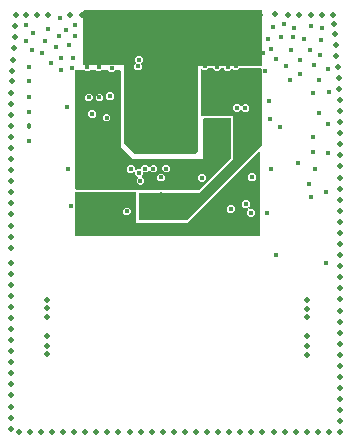
<source format=gbr>
G04 EAGLE Gerber RS-274X export*
G75*
%MOMM*%
%FSLAX34Y34*%
%LPD*%
%INCopper Layer 15*%
%IPPOS*%
%AMOC8*
5,1,8,0,0,1.08239X$1,22.5*%
G01*
%ADD10C,0.457200*%
%ADD11C,0.503200*%
%ADD12C,0.453200*%
%ADD13C,0.403200*%

G36*
X163518Y245145D02*
X163518Y245145D01*
X163609Y245152D01*
X163639Y245164D01*
X163671Y245170D01*
X163751Y245212D01*
X163835Y245248D01*
X163867Y245274D01*
X163888Y245285D01*
X163910Y245308D01*
X163966Y245353D01*
X166506Y247893D01*
X166559Y247967D01*
X166619Y248036D01*
X166631Y248066D01*
X166650Y248092D01*
X166677Y248179D01*
X166711Y248264D01*
X166715Y248305D01*
X166722Y248328D01*
X166721Y248360D01*
X166729Y248431D01*
X166729Y320286D01*
X220592Y320286D01*
X220612Y320289D01*
X220632Y320287D01*
X220733Y320309D01*
X220835Y320325D01*
X220853Y320335D01*
X220872Y320339D01*
X220961Y320392D01*
X221052Y320441D01*
X221066Y320455D01*
X221083Y320465D01*
X221151Y320544D01*
X221222Y320619D01*
X221230Y320637D01*
X221243Y320652D01*
X221282Y320748D01*
X221325Y320842D01*
X221328Y320862D01*
X221335Y320880D01*
X221354Y321047D01*
X221354Y366190D01*
X221352Y366201D01*
X221353Y366208D01*
X221351Y366215D01*
X221353Y366229D01*
X221331Y366331D01*
X221314Y366433D01*
X221305Y366450D01*
X221300Y366470D01*
X221247Y366559D01*
X221199Y366650D01*
X221184Y366664D01*
X221174Y366681D01*
X221095Y366748D01*
X221020Y366820D01*
X221002Y366828D01*
X220987Y366841D01*
X220891Y366880D01*
X220797Y366923D01*
X220778Y366925D01*
X220759Y366933D01*
X220592Y366951D01*
X70337Y366951D01*
X70317Y366948D01*
X70298Y366950D01*
X70196Y366928D01*
X70094Y366912D01*
X70077Y366902D01*
X70057Y366898D01*
X69968Y366845D01*
X69877Y366796D01*
X69863Y366782D01*
X69846Y366772D01*
X69779Y366693D01*
X69708Y366618D01*
X69699Y366600D01*
X69686Y366585D01*
X69647Y366489D01*
X69604Y366395D01*
X69602Y366375D01*
X69594Y366357D01*
X69576Y366190D01*
X69576Y321710D01*
X69579Y321690D01*
X69577Y321671D01*
X69599Y321569D01*
X69616Y321467D01*
X69625Y321450D01*
X69629Y321430D01*
X69682Y321341D01*
X69731Y321250D01*
X69745Y321236D01*
X69755Y321219D01*
X69834Y321152D01*
X69909Y321081D01*
X69927Y321072D01*
X69942Y321059D01*
X70038Y321020D01*
X70132Y320977D01*
X70152Y320975D01*
X70170Y320967D01*
X70337Y320949D01*
X104501Y320949D01*
X104501Y254527D01*
X104516Y254437D01*
X104523Y254346D01*
X104535Y254316D01*
X104541Y254284D01*
X104583Y254204D01*
X104619Y254120D01*
X104645Y254088D01*
X104656Y254067D01*
X104679Y254045D01*
X104724Y253989D01*
X113360Y245353D01*
X113434Y245300D01*
X113503Y245240D01*
X113533Y245228D01*
X113559Y245209D01*
X113646Y245182D01*
X113731Y245148D01*
X113772Y245144D01*
X113795Y245137D01*
X113827Y245138D01*
X113898Y245130D01*
X163428Y245130D01*
X163518Y245145D01*
G37*
G36*
X168088Y215300D02*
X168088Y215300D01*
X168179Y215307D01*
X168209Y215319D01*
X168240Y215325D01*
X168321Y215367D01*
X168405Y215403D01*
X168437Y215429D01*
X168458Y215440D01*
X168480Y215463D01*
X168536Y215508D01*
X194446Y241418D01*
X194492Y241482D01*
X194510Y241500D01*
X194513Y241508D01*
X194559Y241561D01*
X194571Y241592D01*
X194590Y241618D01*
X194617Y241705D01*
X194651Y241790D01*
X194655Y241831D01*
X194662Y241853D01*
X194661Y241885D01*
X194669Y241956D01*
X194669Y275355D01*
X194666Y275375D01*
X194668Y275394D01*
X194646Y275496D01*
X194630Y275598D01*
X194620Y275615D01*
X194616Y275635D01*
X194563Y275724D01*
X194514Y275815D01*
X194500Y275829D01*
X194490Y275846D01*
X194411Y275913D01*
X194336Y275985D01*
X194318Y275993D01*
X194303Y276006D01*
X194207Y276045D01*
X194113Y276088D01*
X194093Y276090D01*
X194075Y276098D01*
X193908Y276116D01*
X172318Y276116D01*
X172298Y276113D01*
X172279Y276115D01*
X172177Y276093D01*
X172075Y276077D01*
X172058Y276067D01*
X172038Y276063D01*
X171949Y276010D01*
X171858Y275961D01*
X171844Y275947D01*
X171827Y275937D01*
X171760Y275858D01*
X171689Y275783D01*
X171680Y275765D01*
X171667Y275750D01*
X171628Y275654D01*
X171585Y275560D01*
X171583Y275540D01*
X171575Y275522D01*
X171557Y275355D01*
X171557Y240937D01*
X111673Y240937D01*
X101324Y251286D01*
X101324Y315868D01*
X101321Y315888D01*
X101323Y315907D01*
X101301Y316009D01*
X101285Y316111D01*
X101275Y316128D01*
X101271Y316148D01*
X101218Y316237D01*
X101169Y316328D01*
X101155Y316342D01*
X101145Y316359D01*
X101066Y316426D01*
X100991Y316498D01*
X100973Y316506D01*
X100958Y316519D01*
X100862Y316558D01*
X100768Y316601D01*
X100748Y316603D01*
X100730Y316611D01*
X100563Y316629D01*
X97593Y316629D01*
X97503Y316615D01*
X97412Y316607D01*
X97382Y316595D01*
X97350Y316590D01*
X97269Y316547D01*
X97185Y316511D01*
X97153Y316485D01*
X97133Y316474D01*
X97110Y316451D01*
X97054Y316406D01*
X95361Y314713D01*
X92639Y314713D01*
X90946Y316406D01*
X90872Y316459D01*
X90802Y316519D01*
X90772Y316531D01*
X90746Y316550D01*
X90659Y316577D01*
X90574Y316611D01*
X90533Y316615D01*
X90511Y316622D01*
X90479Y316621D01*
X90407Y316629D01*
X85593Y316629D01*
X85503Y316615D01*
X85412Y316607D01*
X85382Y316595D01*
X85350Y316590D01*
X85269Y316547D01*
X85185Y316511D01*
X85153Y316485D01*
X85133Y316474D01*
X85110Y316451D01*
X85054Y316406D01*
X84361Y315713D01*
X81639Y315713D01*
X80946Y316406D01*
X80872Y316459D01*
X80802Y316519D01*
X80772Y316531D01*
X80746Y316550D01*
X80659Y316577D01*
X80574Y316611D01*
X80533Y316615D01*
X80511Y316622D01*
X80479Y316621D01*
X80407Y316629D01*
X75593Y316629D01*
X75503Y316615D01*
X75412Y316607D01*
X75382Y316595D01*
X75350Y316590D01*
X75269Y316547D01*
X75185Y316511D01*
X75153Y316485D01*
X75133Y316474D01*
X75110Y316451D01*
X75054Y316406D01*
X74361Y315713D01*
X71639Y315713D01*
X70946Y316406D01*
X70872Y316459D01*
X70802Y316519D01*
X70772Y316531D01*
X70746Y316550D01*
X70659Y316577D01*
X70574Y316611D01*
X70533Y316615D01*
X70511Y316622D01*
X70479Y316621D01*
X70407Y316629D01*
X63593Y316629D01*
X63502Y316614D01*
X63410Y316607D01*
X63381Y316595D01*
X63350Y316590D01*
X63309Y316568D01*
X63304Y316567D01*
X63278Y316552D01*
X63269Y316547D01*
X63184Y316510D01*
X63153Y316485D01*
X63133Y316474D01*
X63111Y316451D01*
X63093Y316441D01*
X63082Y316428D01*
X63054Y316405D01*
X63044Y316396D01*
X63002Y316337D01*
X62963Y316296D01*
X62956Y316281D01*
X62933Y316254D01*
X62920Y316223D01*
X62901Y316196D01*
X62875Y316110D01*
X62862Y316078D01*
X62860Y316073D01*
X62859Y316072D01*
X62841Y316026D01*
X62836Y315984D01*
X62829Y315961D01*
X62830Y315929D01*
X62822Y315859D01*
X62822Y216046D01*
X62825Y216026D01*
X62823Y216007D01*
X62845Y215905D01*
X62862Y215803D01*
X62871Y215786D01*
X62876Y215766D01*
X62929Y215677D01*
X62977Y215586D01*
X62992Y215572D01*
X63002Y215555D01*
X63080Y215488D01*
X63155Y215417D01*
X63173Y215408D01*
X63189Y215395D01*
X63285Y215356D01*
X63379Y215313D01*
X63398Y215311D01*
X63417Y215303D01*
X63584Y215285D01*
X167998Y215285D01*
X168088Y215300D01*
G37*
G36*
X218439Y175982D02*
X218439Y175982D01*
X218458Y175980D01*
X218560Y176002D01*
X218662Y176019D01*
X218679Y176028D01*
X218699Y176032D01*
X218788Y176085D01*
X218879Y176134D01*
X218893Y176148D01*
X218910Y176158D01*
X218977Y176237D01*
X219049Y176312D01*
X219057Y176330D01*
X219070Y176345D01*
X219109Y176441D01*
X219152Y176535D01*
X219154Y176555D01*
X219162Y176573D01*
X219180Y176740D01*
X219180Y246288D01*
X219169Y246359D01*
X219167Y246430D01*
X219149Y246479D01*
X219141Y246531D01*
X219107Y246594D01*
X219082Y246661D01*
X219050Y246702D01*
X219025Y246748D01*
X218974Y246797D01*
X218929Y246853D01*
X218885Y246882D01*
X218847Y246918D01*
X218782Y246948D01*
X218722Y246986D01*
X218671Y246999D01*
X218624Y247021D01*
X218553Y247029D01*
X218483Y247047D01*
X218431Y247042D01*
X218380Y247048D01*
X218309Y247033D01*
X218238Y247027D01*
X218190Y247007D01*
X218139Y246996D01*
X218078Y246959D01*
X218012Y246931D01*
X217956Y246886D01*
X217928Y246870D01*
X217913Y246852D01*
X217881Y246826D01*
X157636Y186581D01*
X114024Y186581D01*
X114024Y212717D01*
X114021Y212736D01*
X114023Y212756D01*
X114001Y212858D01*
X113985Y212960D01*
X113975Y212977D01*
X113971Y212997D01*
X113918Y213086D01*
X113869Y213177D01*
X113855Y213191D01*
X113845Y213208D01*
X113766Y213275D01*
X113691Y213346D01*
X113673Y213355D01*
X113658Y213368D01*
X113562Y213406D01*
X113468Y213450D01*
X113448Y213452D01*
X113430Y213460D01*
X113263Y213478D01*
X63339Y213478D01*
X63319Y213475D01*
X63299Y213477D01*
X63198Y213455D01*
X63096Y213438D01*
X63079Y213429D01*
X63059Y213425D01*
X62970Y213372D01*
X62879Y213323D01*
X62865Y213309D01*
X62848Y213299D01*
X62781Y213220D01*
X62709Y213145D01*
X62701Y213127D01*
X62688Y213112D01*
X62649Y213015D01*
X62606Y212922D01*
X62604Y212902D01*
X62596Y212884D01*
X62578Y212717D01*
X62578Y176740D01*
X62581Y176720D01*
X62579Y176701D01*
X62601Y176599D01*
X62617Y176497D01*
X62627Y176480D01*
X62631Y176460D01*
X62684Y176371D01*
X62732Y176280D01*
X62747Y176266D01*
X62757Y176249D01*
X62836Y176182D01*
X62911Y176111D01*
X62929Y176102D01*
X62944Y176089D01*
X63040Y176050D01*
X63134Y176007D01*
X63154Y176005D01*
X63172Y175997D01*
X63339Y175979D01*
X218419Y175979D01*
X218439Y175982D01*
G37*
G36*
X157295Y189392D02*
X157295Y189392D01*
X157386Y189399D01*
X157416Y189411D01*
X157448Y189417D01*
X157528Y189459D01*
X157612Y189495D01*
X157644Y189521D01*
X157665Y189532D01*
X157687Y189555D01*
X157743Y189600D01*
X221017Y252874D01*
X221070Y252948D01*
X221130Y253017D01*
X221142Y253047D01*
X221161Y253073D01*
X221188Y253160D01*
X221222Y253245D01*
X221226Y253286D01*
X221233Y253309D01*
X221232Y253341D01*
X221240Y253412D01*
X221240Y313796D01*
X221225Y313886D01*
X221218Y313977D01*
X221206Y314007D01*
X221200Y314039D01*
X221158Y314120D01*
X221122Y314204D01*
X221096Y314236D01*
X221085Y314256D01*
X221062Y314279D01*
X221017Y314335D01*
X220713Y314639D01*
X220713Y317298D01*
X220712Y317305D01*
X220712Y317306D01*
X220711Y317313D01*
X220710Y317317D01*
X220712Y317337D01*
X220690Y317438D01*
X220674Y317540D01*
X220664Y317558D01*
X220660Y317577D01*
X220607Y317666D01*
X220558Y317758D01*
X220544Y317771D01*
X220534Y317789D01*
X220455Y317856D01*
X220380Y317927D01*
X220362Y317936D01*
X220347Y317948D01*
X220251Y317987D01*
X220157Y318031D01*
X220137Y318033D01*
X220119Y318040D01*
X219952Y318059D01*
X202463Y318059D01*
X202373Y318044D01*
X202282Y318037D01*
X202252Y318024D01*
X202220Y318019D01*
X202139Y317976D01*
X202055Y317941D01*
X202023Y317915D01*
X202003Y317904D01*
X201980Y317881D01*
X201924Y317836D01*
X200449Y316361D01*
X197726Y316361D01*
X196555Y317532D01*
X196539Y317543D01*
X196527Y317559D01*
X196439Y317615D01*
X196355Y317675D01*
X196336Y317681D01*
X196320Y317692D01*
X196219Y317717D01*
X196120Y317747D01*
X196100Y317747D01*
X196081Y317752D01*
X195978Y317744D01*
X195875Y317741D01*
X195856Y317734D01*
X195836Y317733D01*
X195741Y317692D01*
X195643Y317657D01*
X195628Y317644D01*
X195610Y317636D01*
X195479Y317532D01*
X193405Y315457D01*
X190682Y315457D01*
X188742Y317397D01*
X188733Y317438D01*
X188717Y317540D01*
X188707Y317558D01*
X188703Y317577D01*
X188650Y317666D01*
X188602Y317758D01*
X188587Y317771D01*
X188577Y317789D01*
X188498Y317856D01*
X188423Y317927D01*
X188405Y317936D01*
X188390Y317948D01*
X188294Y317987D01*
X188200Y318031D01*
X188180Y318033D01*
X188162Y318040D01*
X187995Y318059D01*
X187082Y318059D01*
X186992Y318044D01*
X186901Y318037D01*
X186871Y318024D01*
X186839Y318019D01*
X186759Y317976D01*
X186675Y317941D01*
X186643Y317915D01*
X186622Y317904D01*
X186600Y317881D01*
X186544Y317836D01*
X184422Y315714D01*
X181699Y315714D01*
X179576Y317836D01*
X179502Y317889D01*
X179433Y317948D01*
X179403Y317961D01*
X179377Y317979D01*
X179290Y318006D01*
X179205Y318040D01*
X179164Y318045D01*
X179142Y318052D01*
X179109Y318051D01*
X179038Y318059D01*
X176032Y318059D01*
X175942Y318044D01*
X175851Y318037D01*
X175821Y318024D01*
X175789Y318019D01*
X175709Y317976D01*
X175625Y317941D01*
X175592Y317915D01*
X175572Y317904D01*
X175550Y317881D01*
X175494Y317836D01*
X173971Y316313D01*
X171248Y316313D01*
X170697Y316864D01*
X170639Y316906D01*
X170587Y316955D01*
X170540Y316977D01*
X170498Y317007D01*
X170429Y317028D01*
X170364Y317059D01*
X170312Y317064D01*
X170262Y317080D01*
X170191Y317078D01*
X170120Y317086D01*
X170069Y317075D01*
X170017Y317073D01*
X169949Y317049D01*
X169879Y317033D01*
X169835Y317007D01*
X169786Y316989D01*
X169730Y316944D01*
X169668Y316907D01*
X169634Y316868D01*
X169594Y316835D01*
X169555Y316775D01*
X169508Y316720D01*
X169489Y316672D01*
X169461Y316628D01*
X169443Y316559D01*
X169416Y316492D01*
X169408Y316421D01*
X169400Y316390D01*
X169402Y316366D01*
X169398Y316325D01*
X169398Y278276D01*
X169401Y278256D01*
X169399Y278237D01*
X169421Y278135D01*
X169438Y278033D01*
X169447Y278016D01*
X169451Y277996D01*
X169504Y277907D01*
X169553Y277816D01*
X169567Y277802D01*
X169577Y277785D01*
X169656Y277718D01*
X169731Y277647D01*
X169749Y277638D01*
X169764Y277625D01*
X169860Y277586D01*
X169954Y277543D01*
X169974Y277541D01*
X169992Y277533D01*
X170159Y277515D01*
X196322Y277515D01*
X196322Y241126D01*
X167558Y212362D01*
X117708Y212362D01*
X117688Y212359D01*
X117669Y212361D01*
X117567Y212339D01*
X117465Y212323D01*
X117448Y212313D01*
X117428Y212309D01*
X117339Y212256D01*
X117248Y212207D01*
X117234Y212193D01*
X117217Y212183D01*
X117150Y212104D01*
X117079Y212029D01*
X117070Y212011D01*
X117057Y211996D01*
X117018Y211900D01*
X116975Y211806D01*
X116973Y211786D01*
X116965Y211768D01*
X116947Y211601D01*
X116947Y190138D01*
X116950Y190118D01*
X116948Y190099D01*
X116970Y189997D01*
X116987Y189895D01*
X116996Y189878D01*
X117000Y189858D01*
X117053Y189769D01*
X117102Y189678D01*
X117116Y189664D01*
X117126Y189647D01*
X117205Y189580D01*
X117280Y189509D01*
X117298Y189500D01*
X117313Y189487D01*
X117409Y189448D01*
X117503Y189405D01*
X117523Y189403D01*
X117541Y189395D01*
X117708Y189377D01*
X157205Y189377D01*
X157295Y189392D01*
G37*
%LPC*%
G36*
X116790Y219351D02*
X116790Y219351D01*
X114865Y221276D01*
X114865Y223999D01*
X115689Y224823D01*
X115731Y224881D01*
X115780Y224933D01*
X115802Y224980D01*
X115832Y225022D01*
X115853Y225091D01*
X115884Y225156D01*
X115889Y225208D01*
X115905Y225257D01*
X115903Y225329D01*
X115911Y225400D01*
X115900Y225451D01*
X115898Y225503D01*
X115874Y225571D01*
X115858Y225641D01*
X115832Y225685D01*
X115814Y225734D01*
X115769Y225790D01*
X115732Y225852D01*
X115693Y225886D01*
X115660Y225926D01*
X115600Y225965D01*
X115545Y226012D01*
X115497Y226031D01*
X115453Y226059D01*
X115452Y226060D01*
X113464Y228047D01*
X113464Y229249D01*
X113453Y229320D01*
X113451Y229391D01*
X113433Y229440D01*
X113425Y229492D01*
X113391Y229555D01*
X113366Y229622D01*
X113334Y229663D01*
X113310Y229709D01*
X113258Y229758D01*
X113213Y229814D01*
X113169Y229843D01*
X113131Y229878D01*
X113066Y229909D01*
X113006Y229947D01*
X112955Y229960D01*
X112908Y229982D01*
X112837Y229990D01*
X112767Y230007D01*
X112715Y230003D01*
X112664Y230009D01*
X112593Y229994D01*
X112522Y229988D01*
X112474Y229968D01*
X112423Y229957D01*
X112362Y229920D01*
X112296Y229892D01*
X112240Y229847D01*
X112212Y229831D01*
X112197Y229813D01*
X112165Y229787D01*
X111593Y229215D01*
X108870Y229215D01*
X106945Y231141D01*
X106945Y233864D01*
X108870Y235789D01*
X111593Y235789D01*
X113518Y233864D01*
X113518Y232662D01*
X113530Y232591D01*
X113532Y232520D01*
X113550Y232471D01*
X113558Y232419D01*
X113592Y232356D01*
X113616Y232289D01*
X113649Y232248D01*
X113673Y232202D01*
X113725Y232153D01*
X113770Y232097D01*
X113814Y232068D01*
X113852Y232033D01*
X113917Y232002D01*
X113977Y231964D01*
X114027Y231951D01*
X114075Y231929D01*
X114146Y231921D01*
X114215Y231904D01*
X114267Y231908D01*
X114319Y231902D01*
X114389Y231917D01*
X114461Y231923D01*
X114508Y231943D01*
X114559Y231954D01*
X114621Y231991D01*
X114687Y232019D01*
X114743Y232064D01*
X114771Y232080D01*
X114786Y232098D01*
X114818Y232124D01*
X115390Y232696D01*
X117952Y232696D01*
X117972Y232699D01*
X117991Y232697D01*
X118093Y232719D01*
X118195Y232735D01*
X118212Y232745D01*
X118232Y232749D01*
X118321Y232802D01*
X118412Y232850D01*
X118426Y232865D01*
X118443Y232875D01*
X118510Y232954D01*
X118582Y233029D01*
X118590Y233047D01*
X118603Y233062D01*
X118642Y233158D01*
X118685Y233252D01*
X118687Y233272D01*
X118695Y233290D01*
X118713Y233457D01*
X118713Y234361D01*
X120639Y236287D01*
X123361Y236287D01*
X124962Y234686D01*
X124978Y234675D01*
X124990Y234659D01*
X125078Y234603D01*
X125161Y234543D01*
X125180Y234537D01*
X125197Y234526D01*
X125298Y234501D01*
X125397Y234471D01*
X125416Y234471D01*
X125436Y234466D01*
X125539Y234474D01*
X125642Y234477D01*
X125661Y234484D01*
X125681Y234485D01*
X125776Y234526D01*
X125873Y234561D01*
X125889Y234574D01*
X125907Y234582D01*
X126038Y234686D01*
X127639Y236287D01*
X130361Y236287D01*
X132287Y234361D01*
X132287Y231639D01*
X130361Y229713D01*
X127639Y229713D01*
X126038Y231314D01*
X126022Y231325D01*
X126010Y231341D01*
X125922Y231397D01*
X125839Y231457D01*
X125820Y231463D01*
X125803Y231474D01*
X125702Y231499D01*
X125603Y231529D01*
X125584Y231529D01*
X125564Y231534D01*
X125461Y231526D01*
X125358Y231523D01*
X125339Y231516D01*
X125319Y231515D01*
X125224Y231474D01*
X125127Y231439D01*
X125111Y231426D01*
X125093Y231418D01*
X124962Y231314D01*
X123361Y229713D01*
X120799Y229713D01*
X120779Y229710D01*
X120760Y229712D01*
X120658Y229690D01*
X120556Y229674D01*
X120539Y229664D01*
X120519Y229660D01*
X120430Y229607D01*
X120339Y229558D01*
X120325Y229544D01*
X120308Y229534D01*
X120241Y229455D01*
X120170Y229380D01*
X120161Y229362D01*
X120148Y229347D01*
X120109Y229251D01*
X120066Y229157D01*
X120064Y229137D01*
X120056Y229119D01*
X120038Y228952D01*
X120038Y228047D01*
X119214Y227224D01*
X119172Y227166D01*
X119123Y227114D01*
X119101Y227066D01*
X119071Y227024D01*
X119050Y226956D01*
X119019Y226891D01*
X119014Y226839D01*
X118998Y226789D01*
X119000Y226717D01*
X118992Y226646D01*
X119003Y226595D01*
X119005Y226543D01*
X119029Y226476D01*
X119045Y226406D01*
X119071Y226361D01*
X119089Y226312D01*
X119134Y226256D01*
X119171Y226195D01*
X119210Y226161D01*
X119243Y226120D01*
X119303Y226081D01*
X119358Y226035D01*
X119406Y226015D01*
X119450Y225987D01*
X119451Y225987D01*
X121439Y223999D01*
X121439Y221276D01*
X119513Y219351D01*
X116790Y219351D01*
G37*
%LPD*%
%LPC*%
G36*
X205639Y280713D02*
X205639Y280713D01*
X203800Y282552D01*
X203784Y282563D01*
X203771Y282579D01*
X203684Y282635D01*
X203600Y282695D01*
X203581Y282701D01*
X203565Y282712D01*
X203464Y282737D01*
X203365Y282768D01*
X203345Y282767D01*
X203326Y282772D01*
X203223Y282764D01*
X203119Y282761D01*
X203101Y282754D01*
X203081Y282753D01*
X202986Y282713D01*
X202888Y282677D01*
X202873Y282664D01*
X202854Y282657D01*
X202724Y282552D01*
X201484Y281312D01*
X198761Y281312D01*
X196836Y283238D01*
X196836Y285960D01*
X198761Y287886D01*
X201484Y287886D01*
X203323Y286047D01*
X203339Y286036D01*
X203351Y286020D01*
X203439Y285964D01*
X203522Y285904D01*
X203541Y285898D01*
X203558Y285887D01*
X203659Y285862D01*
X203757Y285831D01*
X203777Y285832D01*
X203797Y285827D01*
X203900Y285835D01*
X204003Y285838D01*
X204022Y285845D01*
X204042Y285846D01*
X204137Y285886D01*
X204234Y285922D01*
X204250Y285935D01*
X204268Y285942D01*
X204399Y286047D01*
X205639Y287287D01*
X208361Y287287D01*
X210287Y285361D01*
X210287Y282639D01*
X208361Y280713D01*
X205639Y280713D01*
G37*
%LPD*%
%LPC*%
G36*
X210191Y192429D02*
X210191Y192429D01*
X208266Y194354D01*
X208266Y197077D01*
X209318Y198130D01*
X209360Y198188D01*
X209410Y198240D01*
X209432Y198287D01*
X209462Y198329D01*
X209483Y198398D01*
X209513Y198463D01*
X209519Y198515D01*
X209534Y198564D01*
X209533Y198636D01*
X209540Y198707D01*
X209529Y198758D01*
X209528Y198810D01*
X209503Y198878D01*
X209488Y198948D01*
X209461Y198992D01*
X209444Y199041D01*
X209399Y199097D01*
X209362Y199159D01*
X209322Y199193D01*
X209290Y199233D01*
X209230Y199272D01*
X209175Y199319D01*
X209127Y199338D01*
X209083Y199366D01*
X209013Y199384D01*
X208947Y199411D01*
X208876Y199419D01*
X208844Y199426D01*
X208821Y199425D01*
X208780Y199429D01*
X206191Y199429D01*
X204266Y201354D01*
X204266Y204077D01*
X206191Y206003D01*
X208914Y206003D01*
X210840Y204077D01*
X210840Y201354D01*
X209787Y200302D01*
X209745Y200244D01*
X209696Y200192D01*
X209674Y200145D01*
X209644Y200102D01*
X209623Y200034D01*
X209592Y199969D01*
X209587Y199917D01*
X209571Y199867D01*
X209573Y199796D01*
X209565Y199724D01*
X209576Y199673D01*
X209578Y199621D01*
X209602Y199554D01*
X209618Y199484D01*
X209644Y199439D01*
X209662Y199390D01*
X209707Y199334D01*
X209744Y199273D01*
X209783Y199239D01*
X209816Y199198D01*
X209876Y199160D01*
X209931Y199113D01*
X209979Y199093D01*
X210023Y199065D01*
X210092Y199048D01*
X210159Y199021D01*
X210230Y199013D01*
X210261Y199005D01*
X210285Y199007D01*
X210326Y199003D01*
X212914Y199003D01*
X214840Y197077D01*
X214840Y194354D01*
X212914Y192429D01*
X210191Y192429D01*
G37*
%LPD*%
%LPC*%
G36*
X114746Y316243D02*
X114746Y316243D01*
X112821Y318168D01*
X112821Y320891D01*
X114239Y322309D01*
X114251Y322325D01*
X114266Y322338D01*
X114322Y322425D01*
X114382Y322509D01*
X114388Y322528D01*
X114399Y322545D01*
X114424Y322645D01*
X114455Y322744D01*
X114454Y322764D01*
X114459Y322783D01*
X114451Y322886D01*
X114448Y322990D01*
X114442Y323008D01*
X114440Y323028D01*
X114400Y323123D01*
X114364Y323221D01*
X114351Y323236D01*
X114344Y323255D01*
X114239Y323386D01*
X113660Y323965D01*
X113660Y326687D01*
X115585Y328613D01*
X118308Y328613D01*
X120233Y326687D01*
X120233Y323965D01*
X118815Y322547D01*
X118804Y322530D01*
X118788Y322518D01*
X118759Y322473D01*
X118732Y322444D01*
X118714Y322405D01*
X118672Y322347D01*
X118666Y322328D01*
X118655Y322311D01*
X118637Y322241D01*
X118628Y322221D01*
X118625Y322196D01*
X118599Y322112D01*
X118600Y322092D01*
X118595Y322073D01*
X118602Y321985D01*
X118601Y321977D01*
X118603Y321967D01*
X118606Y321866D01*
X118612Y321847D01*
X118614Y321827D01*
X118654Y321732D01*
X118690Y321635D01*
X118703Y321619D01*
X118710Y321601D01*
X118815Y321470D01*
X119394Y320891D01*
X119394Y318168D01*
X117469Y316243D01*
X114746Y316243D01*
G37*
%LPD*%
%LPC*%
G36*
X91082Y290958D02*
X91082Y290958D01*
X89157Y292884D01*
X89157Y295607D01*
X91082Y297532D01*
X93805Y297532D01*
X95731Y295607D01*
X95731Y292884D01*
X93805Y290958D01*
X91082Y290958D01*
G37*
%LPD*%
%LPC*%
G36*
X73082Y289958D02*
X73082Y289958D01*
X71157Y291884D01*
X71157Y294607D01*
X73082Y296532D01*
X75805Y296532D01*
X77731Y294607D01*
X77731Y291884D01*
X75805Y289958D01*
X73082Y289958D01*
G37*
%LPD*%
%LPC*%
G36*
X82082Y289958D02*
X82082Y289958D01*
X80157Y291884D01*
X80157Y294607D01*
X82082Y296532D01*
X84805Y296532D01*
X86731Y294607D01*
X86731Y291884D01*
X84805Y289958D01*
X82082Y289958D01*
G37*
%LPD*%
%LPC*%
G36*
X76082Y275958D02*
X76082Y275958D01*
X74157Y277884D01*
X74157Y280607D01*
X76082Y282532D01*
X78805Y282532D01*
X80731Y280607D01*
X80731Y277884D01*
X78805Y275958D01*
X76082Y275958D01*
G37*
%LPD*%
%LPC*%
G36*
X88082Y272958D02*
X88082Y272958D01*
X86157Y274884D01*
X86157Y277607D01*
X88082Y279532D01*
X90805Y279532D01*
X92731Y277607D01*
X92731Y274884D01*
X90805Y272958D01*
X88082Y272958D01*
G37*
%LPD*%
%LPC*%
G36*
X138639Y229713D02*
X138639Y229713D01*
X136713Y231639D01*
X136713Y234361D01*
X138639Y236287D01*
X141361Y236287D01*
X143287Y234361D01*
X143287Y231639D01*
X141361Y229713D01*
X138639Y229713D01*
G37*
%LPD*%
%LPC*%
G36*
X211191Y222429D02*
X211191Y222429D01*
X209266Y224354D01*
X209266Y227077D01*
X211191Y229003D01*
X213914Y229003D01*
X215840Y227077D01*
X215840Y224354D01*
X213914Y222429D01*
X211191Y222429D01*
G37*
%LPD*%
%LPC*%
G36*
X134129Y222180D02*
X134129Y222180D01*
X132203Y224106D01*
X132203Y226828D01*
X134129Y228754D01*
X136852Y228754D01*
X138777Y226828D01*
X138777Y224106D01*
X136852Y222180D01*
X134129Y222180D01*
G37*
%LPD*%
%LPC*%
G36*
X168799Y221906D02*
X168799Y221906D01*
X166873Y223832D01*
X166873Y226554D01*
X168799Y228480D01*
X171521Y228480D01*
X173447Y226554D01*
X173447Y223832D01*
X171521Y221906D01*
X168799Y221906D01*
G37*
%LPD*%
%LPC*%
G36*
X193191Y195429D02*
X193191Y195429D01*
X191266Y197354D01*
X191266Y200077D01*
X193191Y202003D01*
X195914Y202003D01*
X197840Y200077D01*
X197840Y197354D01*
X195914Y195429D01*
X193191Y195429D01*
G37*
%LPD*%
%LPC*%
G36*
X105191Y193429D02*
X105191Y193429D01*
X103266Y195354D01*
X103266Y198077D01*
X105191Y200003D01*
X107914Y200003D01*
X109840Y198077D01*
X109840Y195354D01*
X107914Y193429D01*
X105191Y193429D01*
G37*
%LPD*%
D10*
X193296Y284365D03*
X135552Y210325D03*
X135483Y205617D03*
D11*
X176100Y309396D03*
D10*
X69650Y222073D03*
X178528Y232163D03*
X182731Y234476D03*
X185884Y262881D03*
X69593Y226706D03*
D12*
X91911Y309391D03*
X83449Y264884D03*
D10*
X178624Y237056D03*
X123423Y287706D03*
X136758Y276371D03*
X123423Y265036D03*
X123423Y276371D03*
X136758Y287706D03*
X150093Y287706D03*
X150093Y276371D03*
X150093Y265036D03*
X136758Y265036D03*
X113009Y265036D03*
X112882Y275990D03*
X113009Y287706D03*
X160634Y264909D03*
X160634Y276371D03*
X160581Y287714D03*
X113009Y253036D03*
X123423Y253036D03*
X136702Y253176D03*
X150093Y253120D03*
X160593Y253071D03*
X113009Y299706D03*
X123423Y299706D03*
X136758Y299706D03*
X150093Y299706D03*
X160581Y299714D03*
D11*
X12714Y363153D03*
X21381Y363000D03*
X30762Y363000D03*
X40143Y363000D03*
X58905Y363000D03*
X68286Y363000D03*
X77667Y363000D03*
X87048Y363000D03*
X96429Y363000D03*
X105810Y363000D03*
X115191Y363000D03*
X124572Y363000D03*
X133953Y363000D03*
X143229Y363385D03*
X152967Y363378D03*
X162691Y363350D03*
X243398Y363000D03*
X252779Y363000D03*
X262160Y363000D03*
X271541Y363000D03*
X280922Y363000D03*
X12170Y353747D03*
X11634Y344055D03*
X11238Y334984D03*
X10455Y325170D03*
X9847Y316022D03*
X9490Y306890D03*
X8873Y297333D03*
X8873Y287952D03*
X8873Y278571D03*
X8873Y269190D03*
X8873Y259809D03*
X8873Y250428D03*
X8873Y241047D03*
X8873Y231666D03*
X8873Y222285D03*
X8873Y212904D03*
X8873Y184761D03*
X8873Y175380D03*
X8873Y165999D03*
X8873Y97205D03*
X8873Y87824D03*
X8873Y78443D03*
X8873Y69062D03*
X8873Y59681D03*
X8873Y50300D03*
X8873Y40919D03*
X8873Y31538D03*
X8873Y22157D03*
X8873Y12776D03*
X15127Y9649D03*
X24508Y9649D03*
X33889Y9649D03*
X43270Y9649D03*
X52651Y9649D03*
X62032Y9649D03*
X71413Y9649D03*
X80794Y9649D03*
X90175Y9649D03*
X99556Y9649D03*
X108937Y9649D03*
X118318Y9649D03*
X127699Y9649D03*
X137080Y9649D03*
X146461Y9649D03*
X155842Y9649D03*
X165223Y9649D03*
X174604Y9649D03*
X183985Y9649D03*
X193366Y9649D03*
X202747Y9649D03*
X212128Y9649D03*
X221509Y9649D03*
X230890Y9649D03*
X240271Y9649D03*
X249652Y9649D03*
X259033Y9649D03*
X268414Y9649D03*
X277795Y9649D03*
X287176Y9649D03*
X287176Y19030D03*
X287176Y28411D03*
X287176Y37792D03*
X287176Y47173D03*
X287176Y56554D03*
X287176Y65935D03*
X287176Y75316D03*
X287176Y84697D03*
X287176Y94078D03*
X287176Y103459D03*
X287176Y112840D03*
X287176Y122221D03*
X287176Y131602D03*
X287176Y140983D03*
X287176Y150364D03*
X287176Y159745D03*
X287176Y169126D03*
X287176Y178507D03*
X287176Y187888D03*
X287176Y197269D03*
X287176Y206650D03*
X287176Y216031D03*
X287176Y225412D03*
X287176Y234793D03*
X287176Y244174D03*
X287176Y253555D03*
X287176Y262936D03*
X287176Y272317D03*
X287176Y281698D03*
X287176Y291079D03*
X286176Y300460D03*
X286176Y309841D03*
X285176Y319222D03*
X284049Y328603D03*
X284049Y337984D03*
X283049Y347365D03*
X282049Y355746D03*
X8873Y106586D03*
X8873Y115967D03*
X8873Y125348D03*
X8873Y134729D03*
X8873Y144110D03*
X8873Y153491D03*
X8873Y203523D03*
X8873Y194142D03*
D13*
X131656Y326532D03*
X133365Y319734D03*
X129439Y331405D03*
X125787Y335057D03*
X124089Y342752D03*
X129516Y342745D03*
X134711Y341745D03*
X150321Y339715D03*
X27000Y348000D03*
X47000Y336000D03*
X35000Y331000D03*
X63000Y345000D03*
X49000Y345000D03*
X26000Y333000D03*
X51000Y327000D03*
X237000Y344000D03*
X253000Y325000D03*
X233000Y326000D03*
X257000Y343000D03*
X272000Y352000D03*
X248000Y352000D03*
X230000Y353000D03*
X269000Y308000D03*
X270000Y329000D03*
X253000Y313000D03*
X277000Y271000D03*
X269000Y280000D03*
X224000Y316000D03*
X264000Y260000D03*
X277000Y246000D03*
X264000Y247000D03*
X266000Y233000D03*
X251553Y237716D03*
X227000Y290000D03*
X228000Y275000D03*
X207000Y284000D03*
X200123Y284599D03*
X57000Y233000D03*
X59000Y201000D03*
X40000Y351000D03*
X63000Y355000D03*
X55000Y350000D03*
X21000Y355000D03*
X21000Y341000D03*
X37000Y341000D03*
X58000Y338000D03*
X61000Y327000D03*
X60000Y318000D03*
X246000Y333000D03*
X229000Y334000D03*
X226000Y343000D03*
X271000Y342000D03*
X277000Y317000D03*
X265000Y321000D03*
X264000Y297000D03*
X278000Y298000D03*
X262000Y333000D03*
X263000Y354000D03*
X245000Y308000D03*
X222000Y331000D03*
X219190Y351460D03*
X241000Y320000D03*
X275000Y213000D03*
X263000Y209000D03*
X261000Y220000D03*
X42444Y322245D03*
X50909Y316263D03*
D10*
X24009Y269036D03*
D13*
X247372Y344076D03*
X49697Y360861D03*
X74444Y293245D03*
X92444Y294245D03*
X89444Y276245D03*
X83444Y293245D03*
X77444Y279245D03*
X73000Y319000D03*
X83000Y319000D03*
X94000Y318000D03*
X139728Y339677D03*
X207553Y202716D03*
X212553Y225716D03*
X194553Y198716D03*
X211553Y195716D03*
X225553Y195716D03*
X228553Y232716D03*
X106553Y196716D03*
X118152Y222638D03*
X120571Y337527D03*
X117960Y342688D03*
X170160Y225193D03*
X135490Y225467D03*
X176829Y339974D03*
X183901Y339764D03*
X192147Y339504D03*
X199172Y339445D03*
X204255Y355330D03*
X204162Y363044D03*
D11*
X172306Y363302D03*
X181535Y363121D03*
X189916Y363000D03*
X198926Y363000D03*
D13*
X197905Y355330D03*
X191555Y355624D03*
X170857Y339555D03*
X155189Y342402D03*
X139330Y319848D03*
X139398Y327540D03*
X139768Y333653D03*
X195830Y333752D03*
X196027Y326810D03*
X202591Y333368D03*
X202394Y327018D03*
D11*
X219128Y363455D03*
X231946Y364270D03*
D13*
X219190Y357810D03*
X219190Y345110D03*
X162749Y357848D03*
X239925Y355524D03*
X148094Y360245D03*
X138712Y359697D03*
X129372Y359670D03*
X119920Y359505D03*
X151599Y319335D03*
X172609Y319600D03*
X183060Y319000D03*
X199088Y319647D03*
X192043Y318744D03*
X144932Y339669D03*
X212535Y337037D03*
X216915Y327451D03*
X209576Y327688D03*
X206142Y338812D03*
X219613Y335943D03*
D10*
X100219Y206461D03*
D13*
X210000Y235000D03*
X216000Y239000D03*
D10*
X73389Y195505D03*
X73389Y200505D03*
X73389Y205505D03*
X210505Y216074D03*
X215470Y216072D03*
D13*
X24000Y256000D03*
D10*
X100250Y201562D03*
X104384Y204071D03*
D13*
X24000Y307000D03*
X24000Y319000D03*
X116108Y319530D03*
X56005Y285492D03*
X110232Y232502D03*
X24000Y294000D03*
X116751Y229409D03*
X24000Y281000D03*
X122000Y233000D03*
X275000Y153000D03*
X129000Y233000D03*
X233000Y160000D03*
X140000Y233000D03*
X236000Y268000D03*
X116946Y325326D03*
D11*
X39000Y122000D03*
X39000Y115000D03*
X39000Y107000D03*
X39000Y91000D03*
X39000Y83000D03*
X39000Y76000D03*
X259000Y122000D03*
X259000Y107000D03*
X259000Y114000D03*
X259000Y91000D03*
X259000Y83000D03*
X259000Y75000D03*
M02*

</source>
